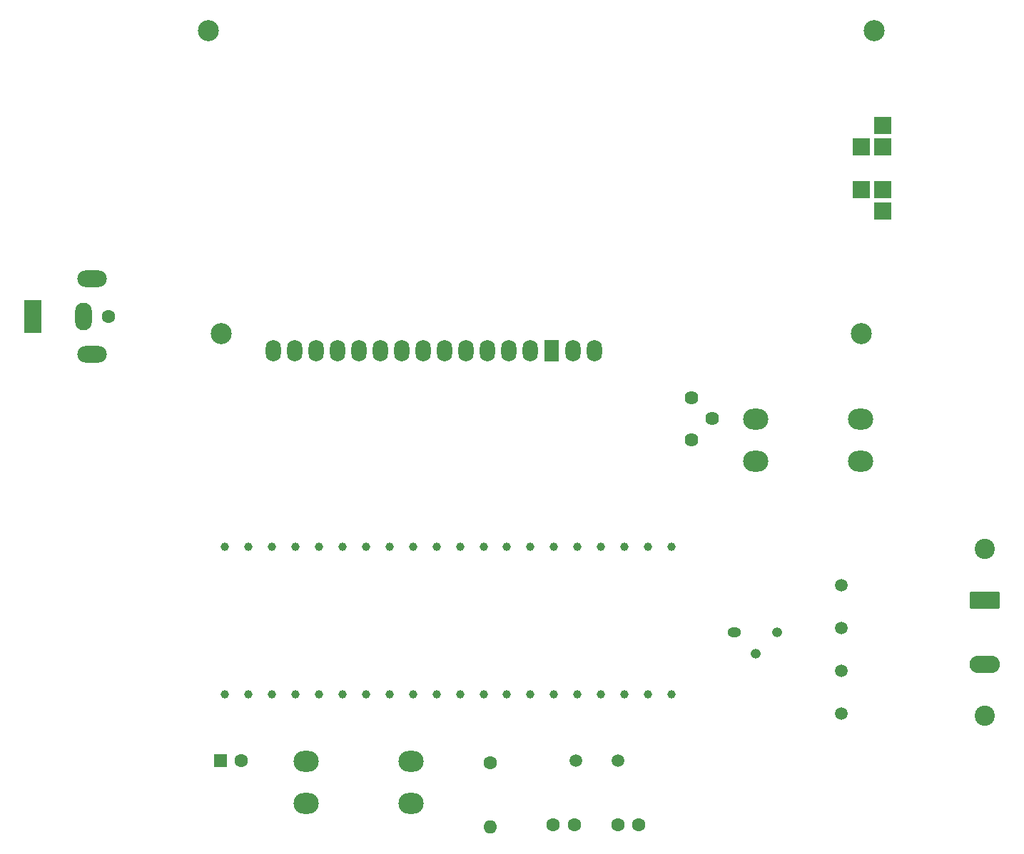
<source format=gbr>
%TF.GenerationSoftware,KiCad,Pcbnew,7.0.9-7.0.9~ubuntu22.04.1*%
%TF.CreationDate,2023-12-15T15:57:02-03:00*%
%TF.ProjectId,Controle_Motor_DC,436f6e74-726f-46c6-955f-4d6f746f725f,V01*%
%TF.SameCoordinates,Original*%
%TF.FileFunction,Soldermask,Top*%
%TF.FilePolarity,Negative*%
%FSLAX46Y46*%
G04 Gerber Fmt 4.6, Leading zero omitted, Abs format (unit mm)*
G04 Created by KiCad (PCBNEW 7.0.9-7.0.9~ubuntu22.04.1) date 2023-12-15 15:57:02*
%MOMM*%
%LPD*%
G01*
G04 APERTURE LIST*
G04 Aperture macros list*
%AMRoundRect*
0 Rectangle with rounded corners*
0 $1 Rounding radius*
0 $2 $3 $4 $5 $6 $7 $8 $9 X,Y pos of 4 corners*
0 Add a 4 corners polygon primitive as box body*
4,1,4,$2,$3,$4,$5,$6,$7,$8,$9,$2,$3,0*
0 Add four circle primitives for the rounded corners*
1,1,$1+$1,$2,$3*
1,1,$1+$1,$4,$5*
1,1,$1+$1,$6,$7*
1,1,$1+$1,$8,$9*
0 Add four rect primitives between the rounded corners*
20,1,$1+$1,$2,$3,$4,$5,0*
20,1,$1+$1,$4,$5,$6,$7,0*
20,1,$1+$1,$6,$7,$8,$9,0*
20,1,$1+$1,$8,$9,$2,$3,0*%
G04 Aperture macros list end*
%ADD10C,2.500000*%
%ADD11R,1.800000X2.600000*%
%ADD12O,1.800000X2.600000*%
%ADD13R,2.000000X2.000000*%
%ADD14C,1.600000*%
%ADD15C,1.620000*%
%ADD16R,1.600000X1.600000*%
%ADD17O,3.000000X2.500000*%
%ADD18C,1.500000*%
%ADD19C,1.000000*%
%ADD20O,1.600000X1.200000*%
%ADD21O,1.200000X1.200000*%
%ADD22O,1.600000X1.600000*%
%ADD23R,2.000000X4.000000*%
%ADD24O,2.000000X3.300000*%
%ADD25O,3.500000X2.000000*%
%ADD26C,2.400000*%
%ADD27RoundRect,0.250001X-1.549999X0.799999X-1.549999X-0.799999X1.549999X-0.799999X1.549999X0.799999X0*%
%ADD28O,3.600000X2.100000*%
G04 APERTURE END LIST*
D10*
%TO.C,U2*%
X174120000Y-37737500D03*
X172620000Y-73737500D03*
X96620000Y-73737500D03*
X95120000Y-37737500D03*
D11*
X135840000Y-75737500D03*
D12*
X133300000Y-75737500D03*
X130760000Y-75737500D03*
X128220000Y-75737500D03*
X125680000Y-75737500D03*
X123140000Y-75737500D03*
X120600000Y-75737500D03*
X118060000Y-75737500D03*
X115520000Y-75737500D03*
X112980000Y-75737500D03*
X110440000Y-75737500D03*
X107900000Y-75737500D03*
X105354920Y-75734960D03*
X102820000Y-75737500D03*
X140920000Y-75737500D03*
X138374920Y-75734960D03*
D13*
X175120000Y-51597500D03*
X175120000Y-49057500D03*
X172580000Y-51597500D03*
X175120000Y-59217500D03*
X175120000Y-56677500D03*
X172580000Y-56677500D03*
%TD*%
D14*
%TO.C,C1*%
X136024000Y-132080000D03*
X138524000Y-132080000D03*
%TD*%
D15*
%TO.C,RV1*%
X152400000Y-81360000D03*
X154900000Y-83860000D03*
X152400000Y-86360000D03*
%TD*%
D16*
%TO.C,C3*%
X96520000Y-124460000D03*
D14*
X99020000Y-124460000D03*
%TD*%
D17*
%TO.C,SW1*%
X106680000Y-124540000D03*
X119180000Y-124540000D03*
X106680000Y-129540000D03*
X119180000Y-129540000D03*
%TD*%
D18*
%TO.C,K1*%
X170180000Y-118880000D03*
X170180000Y-103640000D03*
X170180000Y-108720000D03*
X170180000Y-113800000D03*
%TD*%
D17*
%TO.C,SW2*%
X160020000Y-83900000D03*
X172520000Y-83900000D03*
X160020000Y-88900000D03*
X172520000Y-88900000D03*
%TD*%
D19*
%TO.C,U1*%
X97060000Y-116560000D03*
X99850000Y-116560000D03*
X102640000Y-116560000D03*
X105430000Y-116560000D03*
X108220000Y-116560000D03*
X111010000Y-116560000D03*
X113800000Y-116560000D03*
X116590000Y-116560000D03*
X119380000Y-116560000D03*
X122170000Y-116560000D03*
X124960000Y-116560000D03*
X127750000Y-116560000D03*
X130540000Y-116560000D03*
X133330000Y-116560000D03*
X136120000Y-116560000D03*
X138910000Y-116560000D03*
X141700000Y-116560000D03*
X144490000Y-116560000D03*
X147280000Y-116560000D03*
X150070000Y-116560000D03*
X150070000Y-99060000D03*
X147280000Y-99060000D03*
X144490000Y-99060000D03*
X141700000Y-99060000D03*
X138910000Y-99060000D03*
X136120000Y-99060000D03*
X133330000Y-99060000D03*
X130540000Y-99060000D03*
X127750000Y-99060000D03*
X124960000Y-99060000D03*
X122170000Y-99060000D03*
X119380000Y-99060000D03*
X116590000Y-99060000D03*
X113800000Y-99060000D03*
X111010000Y-99060000D03*
X108220000Y-99060000D03*
X105430000Y-99060000D03*
X102640000Y-99060000D03*
X99850000Y-99060000D03*
X97060000Y-99060000D03*
%TD*%
D18*
%TO.C,Y1*%
X143724000Y-124460000D03*
X138724000Y-124460000D03*
%TD*%
D20*
%TO.C,Q1*%
X157480000Y-109220000D03*
D21*
X160020000Y-111760000D03*
X162560000Y-109220000D03*
%TD*%
D14*
%TO.C,R1*%
X128524000Y-124714000D03*
D22*
X128524000Y-132334000D03*
%TD*%
D14*
%TO.C,BT1*%
X83280000Y-71700000D03*
D23*
X74280000Y-71700000D03*
D24*
X80280000Y-71700000D03*
D25*
X81280000Y-76200000D03*
X81280000Y-67200000D03*
%TD*%
D14*
%TO.C,C2*%
X143684000Y-132080000D03*
X146184000Y-132080000D03*
%TD*%
D26*
%TO.C,M1*%
X187237500Y-99310000D03*
X187237500Y-119130000D03*
D27*
X187237500Y-105410000D03*
D28*
X187237500Y-113030000D03*
%TD*%
M02*

</source>
